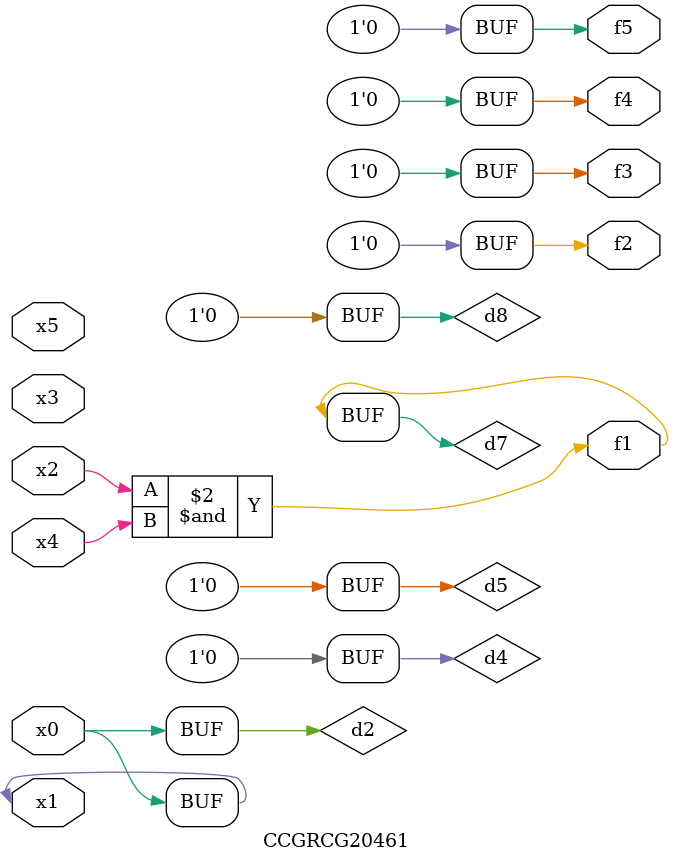
<source format=v>
module CCGRCG20461(
	input x0, x1, x2, x3, x4, x5,
	output f1, f2, f3, f4, f5
);

	wire d1, d2, d3, d4, d5, d6, d7, d8, d9;

	nand (d1, x1);
	buf (d2, x0, x1);
	nand (d3, x2, x4);
	and (d4, d1, d2);
	and (d5, d1, d2);
	nand (d6, d1, d3);
	not (d7, d3);
	xor (d8, d5);
	nor (d9, d5, d6);
	assign f1 = d7;
	assign f2 = d8;
	assign f3 = d8;
	assign f4 = d8;
	assign f5 = d8;
endmodule

</source>
